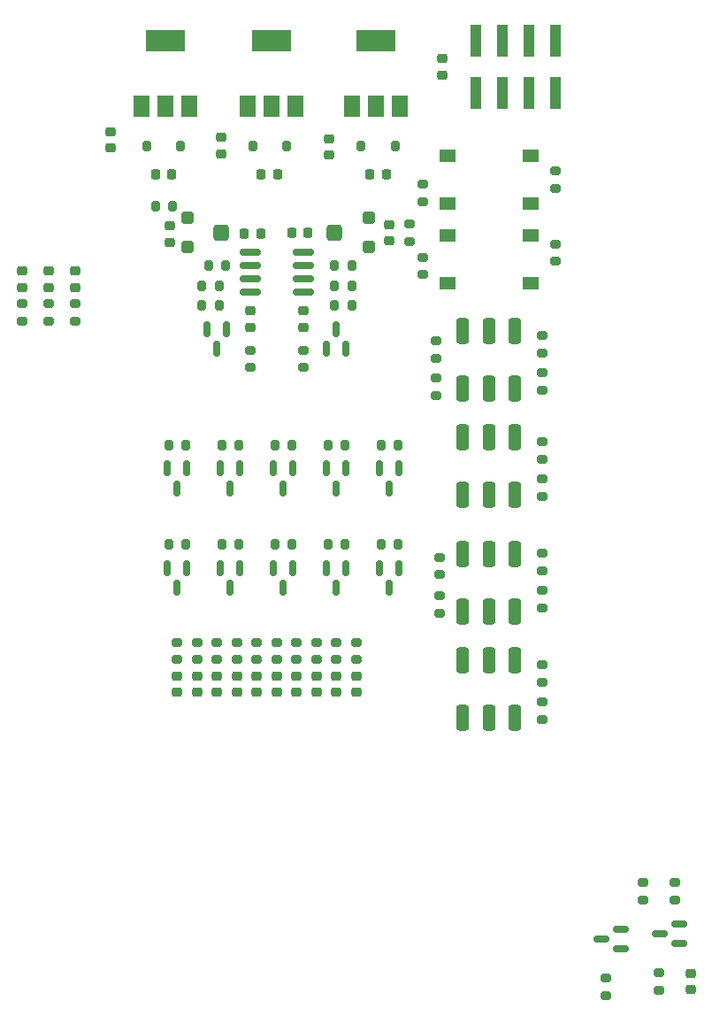
<source format=gbr>
%TF.GenerationSoftware,KiCad,Pcbnew,(6.0.2-0)*%
%TF.CreationDate,2022-03-29T11:50:41+01:00*%
%TF.ProjectId,Main-Craft-PCB,4d61696e-2d43-4726-9166-742d5043422e,rev?*%
%TF.SameCoordinates,Original*%
%TF.FileFunction,Paste,Top*%
%TF.FilePolarity,Positive*%
%FSLAX46Y46*%
G04 Gerber Fmt 4.6, Leading zero omitted, Abs format (unit mm)*
G04 Created by KiCad (PCBNEW (6.0.2-0)) date 2022-03-29 11:50:41*
%MOMM*%
%LPD*%
G01*
G04 APERTURE LIST*
G04 Aperture macros list*
%AMRoundRect*
0 Rectangle with rounded corners*
0 $1 Rounding radius*
0 $2 $3 $4 $5 $6 $7 $8 $9 X,Y pos of 4 corners*
0 Add a 4 corners polygon primitive as box body*
4,1,4,$2,$3,$4,$5,$6,$7,$8,$9,$2,$3,0*
0 Add four circle primitives for the rounded corners*
1,1,$1+$1,$2,$3*
1,1,$1+$1,$4,$5*
1,1,$1+$1,$6,$7*
1,1,$1+$1,$8,$9*
0 Add four rect primitives between the rounded corners*
20,1,$1+$1,$2,$3,$4,$5,0*
20,1,$1+$1,$4,$5,$6,$7,0*
20,1,$1+$1,$6,$7,$8,$9,0*
20,1,$1+$1,$8,$9,$2,$3,0*%
G04 Aperture macros list end*
%ADD10RoundRect,0.200000X-0.200000X-0.275000X0.200000X-0.275000X0.200000X0.275000X-0.200000X0.275000X0*%
%ADD11RoundRect,0.200000X0.275000X-0.200000X0.275000X0.200000X-0.275000X0.200000X-0.275000X-0.200000X0*%
%ADD12RoundRect,0.218750X0.256250X-0.218750X0.256250X0.218750X-0.256250X0.218750X-0.256250X-0.218750X0*%
%ADD13RoundRect,0.300000X0.300000X-0.300000X0.300000X0.300000X-0.300000X0.300000X-0.300000X-0.300000X0*%
%ADD14RoundRect,0.375000X0.375000X-0.425000X0.375000X0.425000X-0.375000X0.425000X-0.375000X-0.425000X0*%
%ADD15RoundRect,0.218750X-0.256250X0.218750X-0.256250X-0.218750X0.256250X-0.218750X0.256250X0.218750X0*%
%ADD16RoundRect,0.150000X-0.150000X0.587500X-0.150000X-0.587500X0.150000X-0.587500X0.150000X0.587500X0*%
%ADD17R,1.550000X1.300000*%
%ADD18RoundRect,0.200000X0.200000X0.275000X-0.200000X0.275000X-0.200000X-0.275000X0.200000X-0.275000X0*%
%ADD19RoundRect,0.200000X-0.275000X0.200000X-0.275000X-0.200000X0.275000X-0.200000X0.275000X0.200000X0*%
%ADD20RoundRect,0.225000X-0.225000X-0.250000X0.225000X-0.250000X0.225000X0.250000X-0.225000X0.250000X0*%
%ADD21RoundRect,0.225000X-0.250000X0.225000X-0.250000X-0.225000X0.250000X-0.225000X0.250000X0.225000X0*%
%ADD22R,1.000000X3.150000*%
%ADD23RoundRect,0.162500X0.825000X0.162500X-0.825000X0.162500X-0.825000X-0.162500X0.825000X-0.162500X0*%
%ADD24RoundRect,0.300000X0.300000X-0.950000X0.300000X0.950000X-0.300000X0.950000X-0.300000X-0.950000X0*%
%ADD25R,1.500000X2.000000*%
%ADD26R,3.800000X2.000000*%
%ADD27RoundRect,0.225000X0.250000X-0.225000X0.250000X0.225000X-0.250000X0.225000X-0.250000X-0.225000X0*%
%ADD28RoundRect,0.200000X0.200000X0.300000X-0.200000X0.300000X-0.200000X-0.300000X0.200000X-0.300000X0*%
%ADD29RoundRect,0.225000X0.225000X0.250000X-0.225000X0.250000X-0.225000X-0.250000X0.225000X-0.250000X0*%
%ADD30RoundRect,0.150000X0.587500X0.150000X-0.587500X0.150000X-0.587500X-0.150000X0.587500X-0.150000X0*%
%ADD31RoundRect,0.300000X-0.300000X0.300000X-0.300000X-0.300000X0.300000X-0.300000X0.300000X0.300000X0*%
%ADD32RoundRect,0.375000X-0.375000X0.425000X-0.375000X-0.425000X0.375000X-0.425000X0.375000X0.425000X0*%
%ADD33RoundRect,0.150000X0.150000X-0.587500X0.150000X0.587500X-0.150000X0.587500X-0.150000X-0.587500X0*%
G04 APERTURE END LIST*
D10*
%TO.C,R49*%
X152845000Y-80645000D03*
X154495000Y-80645000D03*
%TD*%
D11*
%TO.C,R21*%
X143510000Y-114490000D03*
X143510000Y-112840000D03*
%TD*%
D12*
%TO.C,D17*%
X122938505Y-78892500D03*
X122938505Y-77317500D03*
%TD*%
D13*
%TO.C,RV1*%
X156105000Y-75060000D03*
D14*
X152855000Y-73660000D03*
D13*
X156105000Y-72260000D03*
%TD*%
D15*
%TO.C,D7*%
X145415000Y-116052500D03*
X145415000Y-117627500D03*
%TD*%
D16*
%TO.C,Q5*%
X143825000Y-96217500D03*
X141925000Y-96217500D03*
X142875000Y-98092500D03*
%TD*%
D15*
%TO.C,D2*%
X153035000Y-116052500D03*
X153035000Y-117627500D03*
%TD*%
D17*
%TO.C,SW1*%
X163665000Y-66330000D03*
X171615000Y-66330000D03*
X171615000Y-70830000D03*
X163665000Y-70830000D03*
%TD*%
D16*
%TO.C,Q7*%
X159065000Y-105742500D03*
X157165000Y-105742500D03*
X158115000Y-107617500D03*
%TD*%
D15*
%TO.C,D4*%
X151130000Y-116052500D03*
X151130000Y-117627500D03*
%TD*%
D18*
%TO.C,R9*%
X143700000Y-93980000D03*
X142050000Y-93980000D03*
%TD*%
D19*
%TO.C,R14*%
X161290000Y-69025000D03*
X161290000Y-70675000D03*
%TD*%
%TO.C,R33*%
X172720000Y-107887000D03*
X172720000Y-109537000D03*
%TD*%
D15*
%TO.C,D3*%
X154940000Y-116052500D03*
X154940000Y-117627500D03*
%TD*%
D18*
%TO.C,R29*%
X143700000Y-103505000D03*
X142050000Y-103505000D03*
%TD*%
D11*
%TO.C,R23*%
X162560000Y-85661000D03*
X162560000Y-84011000D03*
%TD*%
D16*
%TO.C,Q3*%
X153985000Y-96217500D03*
X152085000Y-96217500D03*
X153035000Y-98092500D03*
%TD*%
D11*
%TO.C,R35*%
X160020000Y-74485000D03*
X160020000Y-72835000D03*
%TD*%
D20*
%TO.C,C8*%
X135705022Y-68100428D03*
X137255022Y-68100428D03*
%TD*%
D11*
%TO.C,R40*%
X162935495Y-106378514D03*
X162935495Y-104728514D03*
%TD*%
D21*
%TO.C,C2*%
X137085000Y-73005000D03*
X137085000Y-74555000D03*
%TD*%
D18*
%TO.C,R46*%
X141795000Y-80645000D03*
X140145000Y-80645000D03*
%TD*%
D20*
%TO.C,C7*%
X145844526Y-68100428D03*
X147394526Y-68100428D03*
%TD*%
D16*
%TO.C,Q14*%
X142555000Y-82882500D03*
X140655000Y-82882500D03*
X141605000Y-84757500D03*
%TD*%
D11*
%TO.C,R2*%
X137795000Y-114490000D03*
X137795000Y-112840000D03*
%TD*%
%TO.C,R6*%
X154940000Y-114490000D03*
X154940000Y-112840000D03*
%TD*%
D22*
%TO.C,J1*%
X166370000Y-60310000D03*
X166370000Y-55260000D03*
X168910000Y-60310000D03*
X168910000Y-55260000D03*
X171450000Y-60310000D03*
X171450000Y-55260000D03*
X173990000Y-60310000D03*
X173990000Y-55260000D03*
%TD*%
D15*
%TO.C,D6*%
X147320000Y-116052500D03*
X147320000Y-117627500D03*
%TD*%
D11*
%TO.C,R4*%
X153035000Y-114490000D03*
X153035000Y-112840000D03*
%TD*%
D15*
%TO.C,D5*%
X149225000Y-116052500D03*
X149225000Y-117627500D03*
%TD*%
D11*
%TO.C,R30*%
X172720000Y-105981000D03*
X172720000Y-104331000D03*
%TD*%
%TO.C,R10*%
X149225000Y-114490000D03*
X149225000Y-112840000D03*
%TD*%
D19*
%TO.C,R51*%
X122961832Y-80455000D03*
X122961832Y-82105000D03*
%TD*%
D10*
%TO.C,R44*%
X152845000Y-78740000D03*
X154495000Y-78740000D03*
%TD*%
D23*
%TO.C,U2*%
X149857500Y-79375000D03*
X149857500Y-78105000D03*
X149857500Y-76835000D03*
X149857500Y-75565000D03*
X144782500Y-75565000D03*
X144782500Y-76835000D03*
X144782500Y-78105000D03*
X144782500Y-79375000D03*
%TD*%
D15*
%TO.C,D1*%
X137795000Y-116052500D03*
X137795000Y-117627500D03*
%TD*%
D16*
%TO.C,Q2*%
X159065000Y-96217500D03*
X157165000Y-96217500D03*
X158115000Y-98092500D03*
%TD*%
D19*
%TO.C,R12*%
X173990000Y-67755000D03*
X173990000Y-69405000D03*
%TD*%
D24*
%TO.C,SW5*%
X165140000Y-109938000D03*
X165140000Y-104438000D03*
X167640000Y-109938000D03*
X167640000Y-104438000D03*
X170140000Y-109938000D03*
X170140000Y-104438000D03*
%TD*%
D19*
%TO.C,R16*%
X173990000Y-74740000D03*
X173990000Y-76390000D03*
%TD*%
D25*
%TO.C,U5*%
X134352000Y-61570000D03*
X136652000Y-61570000D03*
X138952000Y-61570000D03*
D26*
X136652000Y-55270000D03*
%TD*%
D19*
%TO.C,R53*%
X128016000Y-80455000D03*
X128016000Y-82105000D03*
%TD*%
D27*
%TO.C,C11*%
X131445000Y-65545000D03*
X131445000Y-63995000D03*
%TD*%
D10*
%TO.C,R39*%
X140780000Y-76835000D03*
X142430000Y-76835000D03*
%TD*%
D15*
%TO.C,D9*%
X141605000Y-116052500D03*
X141605000Y-117627500D03*
%TD*%
D17*
%TO.C,SW2*%
X163665000Y-73950000D03*
X171615000Y-73950000D03*
X171615000Y-78450000D03*
X163665000Y-78450000D03*
%TD*%
D27*
%TO.C,C1*%
X158115000Y-74435000D03*
X158115000Y-72885000D03*
%TD*%
D18*
%TO.C,R19*%
X153860000Y-103505000D03*
X152210000Y-103505000D03*
%TD*%
D11*
%TO.C,R22*%
X172720000Y-85153000D03*
X172720000Y-83503000D03*
%TD*%
D28*
%TO.C,D15*%
X148305000Y-65405000D03*
X145065000Y-65405000D03*
%TD*%
D18*
%TO.C,R7*%
X148780000Y-93980000D03*
X147130000Y-93980000D03*
%TD*%
D25*
%TO.C,U3*%
X154545000Y-61570000D03*
X156845000Y-61570000D03*
X159145000Y-61570000D03*
D26*
X156845000Y-55270000D03*
%TD*%
D24*
%TO.C,SW4*%
X165140000Y-98762000D03*
X165140000Y-93262000D03*
X167640000Y-98762000D03*
X167640000Y-93262000D03*
X170140000Y-93262000D03*
X170140000Y-98762000D03*
%TD*%
%TO.C,SW6*%
X165140000Y-120098000D03*
X165140000Y-114598000D03*
X167640000Y-120098000D03*
X167640000Y-114598000D03*
X170140000Y-120098000D03*
X170140000Y-114598000D03*
%TD*%
D29*
%TO.C,C4*%
X145796907Y-73710643D03*
X144246907Y-73710643D03*
%TD*%
D18*
%TO.C,R3*%
X158940000Y-93980000D03*
X157290000Y-93980000D03*
%TD*%
D11*
%TO.C,R17*%
X145415000Y-114490000D03*
X145415000Y-112840000D03*
%TD*%
D16*
%TO.C,Q6*%
X138745000Y-96217500D03*
X136845000Y-96217500D03*
X137795000Y-98092500D03*
%TD*%
D24*
%TO.C,SW3*%
X165140000Y-83102000D03*
X165140000Y-88602000D03*
X167640000Y-88602000D03*
X167640000Y-83102000D03*
X170140000Y-83102000D03*
X170140000Y-88602000D03*
%TD*%
D18*
%TO.C,R38*%
X154495000Y-76835000D03*
X152845000Y-76835000D03*
%TD*%
D11*
%TO.C,R13*%
X147320000Y-114490000D03*
X147320000Y-112840000D03*
%TD*%
%TO.C,R48*%
X178816000Y-146621000D03*
X178816000Y-144971000D03*
%TD*%
D18*
%TO.C,R1*%
X138620000Y-103505000D03*
X136970000Y-103505000D03*
%TD*%
D11*
%TO.C,R8*%
X151130000Y-114490000D03*
X151130000Y-112840000D03*
%TD*%
D30*
%TO.C,Q11*%
X185849500Y-141666000D03*
X185849500Y-139766000D03*
X183974500Y-140716000D03*
%TD*%
D16*
%TO.C,Q1*%
X138745000Y-105742500D03*
X136845000Y-105742500D03*
X137795000Y-107617500D03*
%TD*%
D19*
%TO.C,R37*%
X162940733Y-108395000D03*
X162940733Y-110045000D03*
%TD*%
D27*
%TO.C,C9*%
X152340347Y-66219768D03*
X152340347Y-64669768D03*
%TD*%
D18*
%TO.C,R5*%
X153860000Y-93980000D03*
X152210000Y-93980000D03*
%TD*%
D27*
%TO.C,C5*%
X163195000Y-58560000D03*
X163195000Y-57010000D03*
%TD*%
D11*
%TO.C,R41*%
X183896000Y-146113000D03*
X183896000Y-144463000D03*
%TD*%
D19*
%TO.C,R20*%
X172720000Y-87059000D03*
X172720000Y-88709000D03*
%TD*%
D15*
%TO.C,D8*%
X143510000Y-116052500D03*
X143510000Y-117627500D03*
%TD*%
D20*
%TO.C,C6*%
X156246652Y-68111847D03*
X157796652Y-68111847D03*
%TD*%
D12*
%TO.C,D11*%
X186944000Y-146075500D03*
X186944000Y-144500500D03*
%TD*%
D19*
%TO.C,R47*%
X182372000Y-135827000D03*
X182372000Y-137477000D03*
%TD*%
D18*
%TO.C,R11*%
X138620000Y-93980000D03*
X136970000Y-93980000D03*
%TD*%
D19*
%TO.C,R43*%
X149860000Y-84900000D03*
X149860000Y-86550000D03*
%TD*%
D11*
%TO.C,R28*%
X172720000Y-95313000D03*
X172720000Y-93663000D03*
%TD*%
D12*
%TO.C,D18*%
X125476000Y-78893812D03*
X125476000Y-77318812D03*
%TD*%
D19*
%TO.C,R52*%
X125476000Y-80455000D03*
X125476000Y-82105000D03*
%TD*%
D11*
%TO.C,R27*%
X141605000Y-114490000D03*
X141605000Y-112840000D03*
%TD*%
D18*
%TO.C,R45*%
X141795000Y-78740000D03*
X140145000Y-78740000D03*
%TD*%
D19*
%TO.C,R42*%
X185420000Y-135827000D03*
X185420000Y-137477000D03*
%TD*%
D20*
%TO.C,C3*%
X148791199Y-73634053D03*
X150341199Y-73634053D03*
%TD*%
D30*
%TO.C,Q12*%
X180261500Y-142174000D03*
X180261500Y-140274000D03*
X178386500Y-141224000D03*
%TD*%
D11*
%TO.C,R34*%
X172720000Y-116649000D03*
X172720000Y-114999000D03*
%TD*%
D16*
%TO.C,Q8*%
X153985000Y-105742500D03*
X152085000Y-105742500D03*
X153035000Y-107617500D03*
%TD*%
D12*
%TO.C,D13*%
X144780000Y-82702500D03*
X144780000Y-81127500D03*
%TD*%
D11*
%TO.C,R32*%
X139700000Y-114490000D03*
X139700000Y-112840000D03*
%TD*%
D31*
%TO.C,RV2*%
X138790000Y-72250000D03*
D32*
X142040000Y-73650000D03*
D31*
X138790000Y-75050000D03*
%TD*%
D19*
%TO.C,R50*%
X144780000Y-84900000D03*
X144780000Y-86550000D03*
%TD*%
D18*
%TO.C,R15*%
X158940000Y-103505000D03*
X157290000Y-103505000D03*
%TD*%
D12*
%TO.C,D12*%
X149860000Y-82702500D03*
X149860000Y-81127500D03*
%TD*%
%TO.C,D19*%
X128016000Y-78892500D03*
X128016000Y-77317500D03*
%TD*%
D18*
%TO.C,R25*%
X148780000Y-103505000D03*
X147130000Y-103505000D03*
%TD*%
D16*
%TO.C,Q10*%
X143825000Y-105742500D03*
X141925000Y-105742500D03*
X142875000Y-107617500D03*
%TD*%
D28*
%TO.C,D14*%
X158659140Y-65405000D03*
X155419140Y-65405000D03*
%TD*%
D16*
%TO.C,Q4*%
X148905000Y-96217500D03*
X147005000Y-96217500D03*
X147955000Y-98092500D03*
%TD*%
D27*
%TO.C,C10*%
X142000661Y-66100463D03*
X142000661Y-64550463D03*
%TD*%
D18*
%TO.C,R36*%
X137350000Y-71120000D03*
X135700000Y-71120000D03*
%TD*%
D33*
%TO.C,Q13*%
X152085000Y-84757500D03*
X153985000Y-84757500D03*
X153035000Y-82882500D03*
%TD*%
D25*
%TO.C,U4*%
X144512000Y-61570000D03*
X146812000Y-61570000D03*
X149112000Y-61570000D03*
D26*
X146812000Y-55270000D03*
%TD*%
D28*
%TO.C,D16*%
X138145000Y-65405000D03*
X134905000Y-65405000D03*
%TD*%
D16*
%TO.C,Q9*%
X148905000Y-105742500D03*
X147005000Y-105742500D03*
X147955000Y-107617500D03*
%TD*%
D19*
%TO.C,R31*%
X172720000Y-118555000D03*
X172720000Y-120205000D03*
%TD*%
%TO.C,R18*%
X161290000Y-76010000D03*
X161290000Y-77660000D03*
%TD*%
%TO.C,R24*%
X162560000Y-87567000D03*
X162560000Y-89217000D03*
%TD*%
D15*
%TO.C,D10*%
X139700000Y-116052500D03*
X139700000Y-117627500D03*
%TD*%
D19*
%TO.C,R26*%
X172720000Y-97219000D03*
X172720000Y-98869000D03*
%TD*%
M02*

</source>
